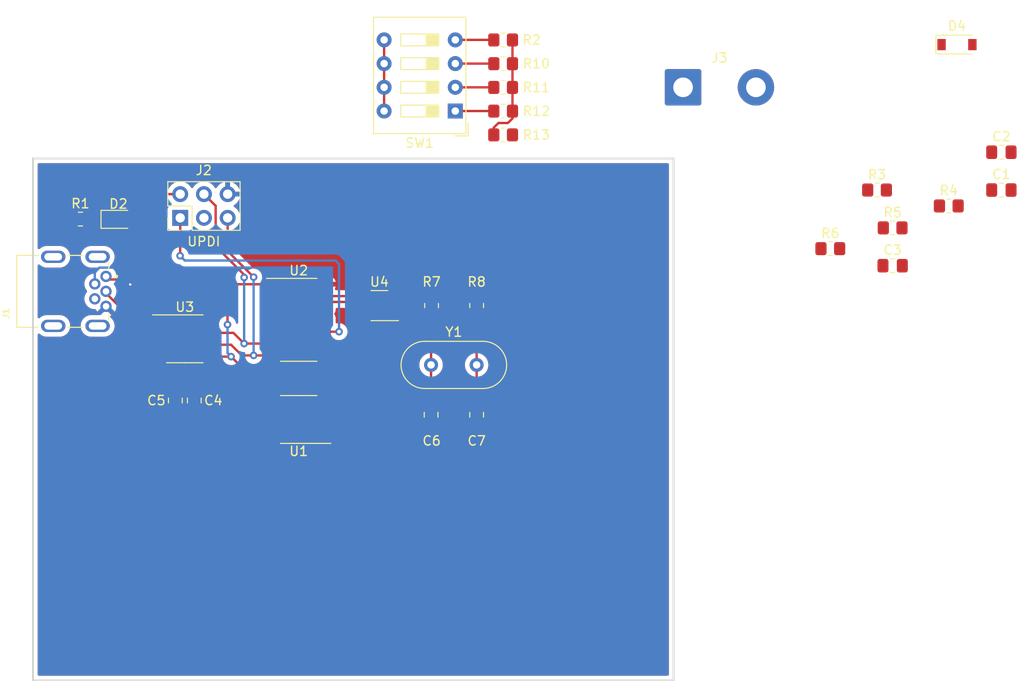
<source format=kicad_pcb>
(kicad_pcb (version 20211014) (generator pcbnew)
  (layers (0 "F.Cu" signal "Front") (31 "B.Cu" signal "Back") (34 "B.Paste" user) (35 "F.Paste" user) (36 "B.SilkS" user "B.Silkscreen") (37 "F.SilkS" user "F.Silkscreen") (38 "B.Mask" user) (39 "F.Mask" user) (44 "Edge.Cuts" user))
  (net 0 "")
  (net 1 "GND")
  (net 2 "/AINN0")
  (net 3 "Net-(C5-Pad1)")
  (net 4 "VCC")
  (net 5 "Net-(D2-Pad1)")
  (net 6 "/UPDI")
  (net 7 "/AINP0")
  (net 8 "Net-(R7-Pad2)")
  (net 12 "/SDA")
  (net 13 "/SCL")
  (net 16 "/RXD")
  (net 17 "/TXD")
  (net 20 "/CLKI")
  (net 22 "/Antenna/ANT")
  (net 23 "Net-(C6-Pad1)")
  (net 24 "/AIN1")
  (net 25 "Net-(C7-Pad1)")
  (net 26 "Net-(J1-Pad2)")
  (net 27 "Net-(J1-Pad3)")
  (net 29 "Net-(R2-Pad1)")
  (net 30 "Net-(R10-Pad1)")
  (net 31 "Net-(R11-Pad1)")
  (net 32 "Net-(R12-Pad1)")
  (net 33 "Net-(C1-Pad1)")
  (footprint "Resistor_SMD:R_0805_2012Metric_Pad1.20x1.40mm_HandSolder" (layer "F.Cu") (at 115.91 67.88)
    (fp_text reference "R5" (at 0 -1.65) (layer "F.SilkS"))
    (fp_text value "20k")
    (fp_line (start -0.227064 0.735) (end 0.227064 0.735) (layer "F.SilkS") (width 0.12))
    (fp_line (start -0.227064 -0.735) (end 0.227064 -0.735) (layer "F.SilkS") (width 0.12))
    (pad "1" smd roundrect (at -1 0) (size 1.2 1.4) (layers "F.Cu" "F.Paste" "F.Mask") (roundrect_rratio 0.208333) (net 2 "/AINN0"))
    (pad "2" smd roundrect (at 1 0) (size 1.2 1.4) (layers "F.Cu" "F.Paste" "F.Mask") (roundrect_rratio 0.208333) (net 1 "GND"))
  )
  (footprint "Capacitor_SMD:C_0805_2012Metric_Pad1.18x1.45mm_HandSolder" (layer "F.Cu") (at 41.148 86.36 90)
    (fp_text reference "C4" (at 0 2.032 180) (layer "F.SilkS"))
    (fp_text value "100nF" hide)
    (fp_line (start -0.261252 -0.735) (end 0.261252 -0.735) (layer "F.SilkS") (width 0.12))
    (fp_line (start -0.261252 0.735) (end 0.261252 0.735) (layer "F.SilkS") (width 0.12))
    (pad "1" smd roundrect (at -1.0375 0 90) (size 1.175 1.45) (layers "F.Cu" "F.Paste" "F.Mask") (roundrect_rratio 0.212766) (net 1 "GND"))
    (pad "2" smd roundrect (at 1.0375 0 90) (size 1.175 1.45) (layers "F.Cu" "F.Paste" "F.Mask") (roundrect_rratio 0.212766) (net 4 "VCC"))
  )
  (footprint "Connector_PinHeader_2.54mm:PinHeader_2x03_P2.54mm_Vertical" (layer "F.Cu") (at 39.639 66.807 90)
    (fp_text reference "J2" (at 5.085 2.525 180) (layer "F.SilkS"))
    (fp_text value "UPDI" (at -2.535 2.525 180) (layer "F.SilkS"))
    (fp_line (start 1.27 1.27) (end 1.27 -1.33) (layer "F.SilkS") (width 0.12))
    (fp_line (start -1.33 1.27) (end 1.27 1.27) (layer "F.SilkS") (width 0.12))
    (fp_line (start -1.33 6.41) (end 3.87 6.41) (layer "F.SilkS") (width 0.12))
    (fp_line (start -1.33 1.27) (end -1.33 6.41) (layer "F.SilkS") (width 0.12))
    (fp_line (start 3.87 -1.33) (end 3.87 6.41) (layer "F.SilkS") (width 0.12))
    (fp_line (start -1.33 0) (end -1.33 -1.33) (layer "F.SilkS") (width 0.12))
    (fp_line (start 1.27 -1.33) (end 3.87 -1.33) (layer "F.SilkS") (width 0.12))
    (fp_line (start -1.33 -1.33) (end 0 -1.33) (layer "F.SilkS") (width 0.12))
    (pad "1" thru_hole rect (at 0 0 90) (size 1.7 1.7) (drill 1) (layers *.Cu *.Mask) (net 6 "/UPDI"))
    (pad "2" thru_hole oval (at 2.54 0 90) (size 1.7 1.7) (drill 1) (layers *.Cu *.Mask) (net 4 "VCC"))
    (pad "3" thru_hole oval (at 0 2.54 90) (size 1.7 1.7) (drill 1) (layers *.Cu *.Mask))
    (pad "4" thru_hole oval (at 2.54 2.54 90) (size 1.7 1.7) (drill 1) (layers *.Cu *.Mask) (net 16 "/RXD"))
    (pad "5" thru_hole oval (at 0 5.08 90) (size 1.7 1.7) (drill 1) (layers *.Cu *.Mask) (net 17 "/TXD"))
    (pad "6" thru_hole oval (at 2.54 5.08 90) (size 1.7 1.7) (drill 1) (layers *.Cu *.Mask) (net 1 "GND"))
  )
  (footprint "Capacitor_SMD:C_0805_2012Metric_Pad1.18x1.45mm_HandSolder" (layer "F.Cu") (at 39.116 86.36 -90)
    (fp_text reference "C5" (at 0 2.032 180) (layer "F.SilkS"))
    (fp_text value "100nF" hide)
    (fp_line (start -0.261252 0.735) (end 0.261252 0.735) (layer "F.SilkS") (width 0.12))
    (fp_line (start -0.261252 -0.735) (end 0.261252 -0.735) (layer "F.SilkS") (width 0.12))
    (pad "1" smd roundrect (at -1.0375 0 270) (size 1.175 1.45) (layers "F.Cu" "F.Paste" "F.Mask") (roundrect_rratio 0.212766) (net 3 "Net-(C5-Pad1)"))
    (pad "2" smd roundrect (at 1.0375 0 270) (size 1.175 1.45) (layers "F.Cu" "F.Paste" "F.Mask") (roundrect_rratio 0.212766) (net 1 "GND"))
  )
  (footprint "Resistor_SMD:R_0805_2012Metric_Pad1.20x1.40mm_HandSolder" (layer "F.Cu") (at 74.2105 50.302)
    (fp_text reference "R10" (at 3.556 0) (layer "F.SilkS"))
    (fp_text value "40k" hide)
    (fp_line (start -0.227064 0.735) (end 0.227064 0.735) (layer "F.SilkS") (width 0.12))
    (fp_line (start -0.227064 -0.735) (end 0.227064 -0.735) (layer "F.SilkS") (width 0.12))
    (pad "1" smd roundrect (at -1 0) (size 1.2 1.4) (layers "F.Cu" "F.Paste" "F.Mask") (roundrect_rratio 0.208333) (net 30 "Net-(R10-Pad1)"))
    (pad "2" smd roundrect (at 1 0) (size 1.2 1.4) (layers "F.Cu" "F.Paste" "F.Mask") (roundrect_rratio 0.208333) (net 24 "/AIN1"))
  )
  (footprint "Package_SO:SOIC-8_3.9x4.9mm_P1.27mm" (layer "F.Cu") (at 52.324 88.392 180)
    (fp_text reference "U1" (at 0 -3.4) (layer "F.SilkS"))
    (fp_text value "MB85RC64TA")
    (fp_line (start 0 -2.56) (end 1.95 -2.56) (layer "F.SilkS") (width 0.12))
    (fp_line (start 0 -2.56) (end -3.45 -2.56) (layer "F.SilkS") (width 0.12))
    (fp_line (start 0 2.56) (end -1.95 2.56) (layer "F.SilkS") (width 0.12))
    (fp_line (start 0 2.56) (end 1.95 2.56) (layer "F.SilkS") (width 0.12))
    (pad "1" smd roundrect (at -2.475 -1.905 180) (size 1.95 0.6) (layers "F.Cu" "F.Paste" "F.Mask"))
    (pad "2" smd roundrect (at -2.475 -0.635 180) (size 1.95 0.6) (layers "F.Cu" "F.Paste" "F.Mask"))
    (pad "3" smd roundrect (at -2.475 0.635 180) (size 1.95 0.6) (layers "F.Cu" "F.Paste" "F.Mask"))
    (pad "4" smd roundrect (at -2.475 1.905 180) (size 1.95 0.6) (layers "F.Cu" "F.Paste" "F.Mask") (net 1 "GND"))
    (pad "5" smd roundrect (at 2.475 1.905 180) (size 1.95 0.6) (layers "F.Cu" "F.Paste" "F.Mask") (net 12 "/SDA"))
    (pad "6" smd roundrect (at 2.475 0.635 180) (size 1.95 0.6) (layers "F.Cu" "F.Paste" "F.Mask") (net 13 "/SCL"))
    (pad "7" smd roundrect (at 2.475 -0.635 180) (size 1.95 0.6) (layers "F.Cu" "F.Paste" "F.Mask"))
    (pad "8" smd roundrect (at 2.475 -1.905 180) (size 1.95 0.6) (layers "F.Cu" "F.Paste" "F.Mask") (net 4 "VCC"))
  )
  (footprint "XM7D-0512:OMRON_XM7D-0512" (layer "F.Cu") (at 30.7945 74.676 90)
    (fp_text reference "J1" (at -2.369083 -9.810876 90) (layer "F.SilkS") (effects (font (size 0.640292 0.640292))))
    (fp_text value "USB_B_Mini")
    (fp_line (start -3.06 1.2) (end -2.33 1.2) (layer "F.SilkS") (width 0.127))
    (fp_line (start 3.85 -3.18) (end 3.85 -1.57) (layer "F.SilkS") (width 0.127))
    (fp_line (start -3.85 -8.65) (end 3.85 -8.65) (layer "F.SilkS") (width 0.127))
    (fp_line (start -3.85 -8.65) (end -3.85 -6.34) (layer "F.SilkS") (width 0.127))
    (fp_line (start -3.85 -3.18) (end -3.85 -1.57) (layer "F.SilkS") (width 0.127))
    (fp_line (start 3.85 -8.65) (end 3.85 -6.34) (layer "F.SilkS") (width 0.127))
    (fp_line (start 2.34 1.2) (end 3.05 1.2) (layer "F.SilkS") (width 0.127))
    (fp_circle (center 1.6 2) (end 1.7 2) (layer "F.SilkS") (width 0.2) (fill none))
    (pad "1" thru_hole circle locked (at 1.6 0.9 90) (size 1.208 1.208) (drill 0.7) (layers *.Cu *.Mask) (net 4 "VCC"))
    (pad "2" thru_hole circle locked (at 0.8 -0.3 90) (size 1.208 1.208) (drill 0.7) (layers *.Cu *.Mask) (net 26 "Net-(J1-Pad2)"))
    (pad "3" thru_hole circle locked (at 0 0.9 90) (size 1.208 1.208) (drill 0.7) (layers *.Cu *.Mask) (net 27 "Net-(J1-Pad3)"))
    (pad "4" thru_hole circle locked (at -0.8 -0.3 90) (size 1.208 1.208) (drill 0.7) (layers *.Cu *.Mask))
    (pad "5" thru_hole circle locked (at -1.6 0.9 90) (size 1.208 1.208) (drill 0.7) (layers *.Cu *.Mask) (net 1 "GND"))
    (pad "SH1" thru_hole oval locked (at -3.7 -4.75 90) (size 1.308 2.616) (drill oval 0.8 1.9) (layers *.Cu *.Mask))
    (pad "SH2" thru_hole oval locked (at -3.7 0 90) (size 1.308 2.616) (drill oval 0.8 1.9) (layers *.Cu *.Mask))
    (pad "SH3" thru_hole oval locked (at 3.7 0 90) (size 1.308 2.616) (drill oval 0.8 1.9) (layers *.Cu *.Mask))
    (pad "SH4" thru_hole oval locked (at 3.7 -4.75 90) (size 1.308 2.616) (drill oval 0.8 1.9) (layers *.Cu *.Mask))
  )
  (footprint "Resistor_SMD:R_0805_2012Metric_Pad1.20x1.40mm_HandSolder" (layer "F.Cu") (at 74.2105 57.922)
    (fp_text reference "R13" (at 3.556 0) (layer "F.SilkS"))
    (fp_text value "10k" hide)
    (fp_line (start -0.227064 0.735) (end 0.227064 0.735) (layer "F.SilkS") (width 0.12))
    (fp_line (start -0.227064 -0.735) (end 0.227064 -0.735) (layer "F.SilkS") (width 0.12))
    (pad "1" smd roundrect (at -1 0) (size 1.2 1.4) (layers "F.Cu" "F.Paste" "F.Mask") (roundrect_rratio 0.208333) (net 24 "/AIN1"))
    (pad "2" smd roundrect (at 1 0) (size 1.2 1.4) (layers "F.Cu" "F.Paste" "F.Mask") (roundrect_rratio 0.208333) (net 1 "GND"))
  )
  (footprint "Resistor_SMD:R_0805_2012Metric_Pad1.20x1.40mm_HandSolder" (layer "F.Cu") (at 66.548 76.2 90)
    (fp_text reference "R7" (at 2.54 0 180) (layer "F.SilkS"))
    (fp_text value "1M" hide)
    (fp_line (start -0.227064 -0.735) (end 0.227064 -0.735) (layer "F.SilkS") (width 0.12))
    (fp_line (start -0.227064 0.735) (end 0.227064 0.735) (layer "F.SilkS") (width 0.12))
    (pad "1" smd roundrect (at -1 0 90) (size 1.2 1.4) (layers "F.Cu" "F.Paste" "F.Mask") (roundrect_rratio 0.208333) (net 23 "Net-(C6-Pad1)"))
    (pad "2" smd roundrect (at 1 0 90) (size 1.2 1.4) (layers "F.Cu" "F.Paste" "F.Mask") (roundrect_rratio 0.208333) (net 8 "Net-(R7-Pad2)"))
  )
  (footprint "Diode_SMD:D_SOD-123" (layer "F.Cu") (at 122.795 48.26)
    (fp_text reference "D4" (at 0 -2) (layer "F.SilkS"))
    (fp_text value "D_Schottky")
    (fp_line (start -2.25 -1) (end 1.65 -1) (layer "F.SilkS") (width 0.12))
    (fp_line (start -2.25 -1) (end -2.25 1) (layer "F.SilkS") (width 0.12))
    (fp_line (start -2.25 1) (end 1.65 1) (layer "F.SilkS") (width 0.12))
    (pad "1" smd rect (at -1.65 0) (size 0.9 1.2) (layers "F.Cu" "F.Paste" "F.Mask") (net 22 "/Antenna/ANT"))
    (pad "2" smd rect (at 1.65 0) (size 0.9 1.2) (layers "F.Cu" "F.Paste" "F.Mask") (net 33 "Net-(C1-Pad1)"))
  )
  (footprint "Resistor_SMD:R_0805_2012Metric_Pad1.20x1.40mm_HandSolder" (layer "F.Cu") (at 121.92 65.532)
    (fp_text reference "R4" (at 0 -1.65) (layer "F.SilkS"))
    (fp_text value "20k")
    (fp_line (start -0.227064 0.735) (end 0.227064 0.735) (layer "F.SilkS") (width 0.12))
    (fp_line (start -0.227064 -0.735) (end 0.227064 -0.735) (layer "F.SilkS") (width 0.12))
    (pad "1" smd roundrect (at -1 0) (size 1.2 1.4) (layers "F.Cu" "F.Paste" "F.Mask") (roundrect_rratio 0.208333) (net 22 "/Antenna/ANT"))
    (pad "2" smd roundrect (at 1 0) (size 1.2 1.4) (layers "F.Cu" "F.Paste" "F.Mask") (roundrect_rratio 0.208333) (net 2 "/AINN0"))
  )
  (footprint "LED_SMD:LED_0805_2012Metric_Pad1.15x1.40mm_HandSolder" (layer "F.Cu") (at 33.02 66.964)
    (fp_text reference "D2" (at 0 -1.65) (layer "F.SilkS"))
    (fp_text value "LED" hide)
    (fp_line (start -1.86 0.96) (end 1 0.96) (layer "F.SilkS") (width 0.12))
    (fp_line (start -1.86 -0.96) (end -1.86 0.96) (layer "F.SilkS") (width 0.12))
    (fp_line (start 1 -0.96) (end -1.86 -0.96) (layer "F.SilkS") (width 0.12))
    (pad "1" smd roundrect (at -1.025 0) (size 1.15 1.4) (layers "F.Cu" "F.Paste" "F.Mask") (roundrect_rratio 0.217391) (net 5 "Net-(D2-Pad1)"))
    (pad "2" smd roundrect (at 1.025 0) (size 1.15 1.4) (layers "F.Cu" "F.Paste" "F.Mask") (roundrect_rratio 0.217391) (net 4 "VCC"))
  )
  (footprint "Capacitor_SMD:C_0805_2012Metric_Pad1.18x1.45mm_HandSolder" (layer "F.Cu") (at 71.374 87.884 -90)
    (fp_text reference "C7" (at 2.794 -0.007 180) (layer "F.SilkS"))
    (fp_text value "20pF" hide)
    (fp_line (start -0.261252 -0.735) (end 0.261252 -0.735) (layer "F.SilkS") (width 0.12))
    (fp_line (start -0.261252 0.735) (end 0.261252 0.735) (layer "F.SilkS") (width 0.12))
    (pad "1" smd roundrect (at -1.0375 0 270) (size 1.175 1.45) (layers "F.Cu" "F.Paste" "F.Mask") (roundrect_rratio 0.212766) (net 25 "Net-(C7-Pad1)"))
    (pad "2" smd roundrect (at 1.0375 0 270) (size 1.175 1.45) (layers "F.Cu" "F.Paste" "F.Mask") (roundrect_rratio 0.212766) (net 1 "GND"))
  )
  (footprint "Package_SO:SOIC-14_3.9x8.7mm_P1.27mm" (layer "F.Cu") (at 52.324 77.724)
    (fp_text reference "U2" (at 0 -5.28) (layer "F.SilkS"))
    (fp_text value "ATtiny804-SS")
    (fp_line (start 0 4.435) (end 1.95 4.435) (layer "F.SilkS") (width 0.12))
    (fp_line (start 0 4.435) (end -1.95 4.435) (layer "F.SilkS") (width 0.12))
    (fp_line (start 0 -4.435) (end -3.45 -4.435) (layer "F.SilkS") (width 0.12))
    (fp_line (start 0 -4.435) (end 1.95 -4.435) (layer "F.SilkS") (width 0.12))
    (pad "1" smd roundrect (at -2.475 -3.81) (size 1.95 0.6) (layers "F.Cu" "F.Paste" "F.Mask") (net 4 "VCC"))
    (pad "2" smd roundrect (at -2.475 -2.54) (size 1.95 0.6) (layers "F.Cu" "F.Paste" "F.Mask") (net 7 "/AINP0"))
    (pad "3" smd roundrect (at -2.475 -1.27) (size 1.95 0.6) (layers "F.Cu" "F.Paste" "F.Mask"))
    (pad "4" smd roundrect (at -2.475 0) (size 1.95 0.6) (layers "F.Cu" "F.Paste" "F.Mask") (net 2 "/AINN0"))
    (pad "5" smd roundrect (at -2.475 1.27) (size 1.95 0.6) (layers "F.Cu" "F.Paste" "F.Mask") (net 7 "/AINP0"))
    (pad "6" smd roundrect (at -2.475 2.54) (size 1.95 0.6) (layers "F.Cu" "F.Paste" "F.Mask") (net 16 "/RXD"))
    (pad "7" smd roundrect (at -2.475 3.81) (size 1.95 0.6) (layers "F.Cu" "F.Paste" "F.Mask") (net 17 "/TXD"))
    (pad "8" smd roundrect (at 2.475 3.81) (size 1.95 0.6) (layers "F.Cu" "F.Paste" "F.Mask") (net 12 "/SDA"))
    (pad "9" smd roundrect (at 2.475 2.54) (size 1.95 0.6) (layers "F.Cu" "F.Paste" "F.Mask") (net 13 "/SCL"))
    (pad "10" smd roundrect (at 2.475 1.27) (size 1.95 0.6) (layers "F.Cu" "F.Paste" "F.Mask") (net 6 "/UPDI"))
    (pad "11" smd roundrect (at 2.475 0) (size 1.95 0.6) (layers "F.Cu" "F.Paste" "F.Mask") (net 24 "/AIN1"))
    (pad "12" smd roundrect (at 2.475 -1.27) (size 1.95 0.6) (layers "F.Cu" "F.Paste" "F.Mask"))
    (pad "13" smd roundrect (at 2.475 -2.54) (size 1.95 0.6) (layers "F.Cu" "F.Paste" "F.Mask") (net 20 "/CLKI"))
    (pad "14" smd roundrect (at 2.475 -3.81) (size 1.95 0.6) (layers "F.Cu" "F.Paste" "F.Mask") (net 1 "GND"))
  )
  (footprint "Resistor_SMD:R_0805_2012Metric_Pad1.20x1.40mm_HandSolder" (layer "F.Cu") (at 74.2105 47.762)
    (fp_text reference "R2" (at 3.048 0) (layer "F.SilkS"))
    (fp_text value "80k" hide)
    (fp_line (start -0.227064 0.735) (end 0.227064 0.735) (layer "F.SilkS") (width 0.12))
    (fp_line (start -0.227064 -0.735) (end 0.227064 -0.735) (layer "F.SilkS") (width 0.12))
    (pad "1" smd roundrect (at -1 0) (size 1.2 1.4) (layers "F.Cu" "F.Paste" "F.Mask") (roundrect_rratio 0.208333) (net 29 "Net-(R2-Pad1)"))
    (pad "2" smd roundrect (at 1 0) (size 1.2 1.4) (layers "F.Cu" "F.Paste" "F.Mask") (roundrect_rratio 0.208333) (net 24 "/AIN1"))
  )
  (footprint "Connector_Wire:SolderWire-1.5sqmm_1x02_P7.8mm_D1.7mm_OD3.9mm" (layer "F.Cu") (at 93.472 52.832)
    (fp_text reference "J3" (at 3.9 -3.15) (layer "F.SilkS"))
    (fp_text value "Conn_01x02")
    (pad "1" thru_hole roundrect (at 0 0) (size 3.9 3.9) (drill 2.1) (layers *.Cu *.Mask) (roundrect_rratio 0.064103) (net 1 "GND"))
    (pad "2" thru_hole circle (at 7.8 0) (size 3.9 3.9) (drill 2.1) (layers *.Cu *.Mask) (net 33 "Net-(C1-Pad1)"))
  )
  (footprint "Capacitor_SMD:C_0805_2012Metric_Pad1.18x1.45mm_HandSolder" (layer "F.Cu") (at 127.55 63.83)
    (fp_text reference "C1" (at 0 -1.68) (layer "F.SilkS"))
    (fp_text value "100pF")
    (fp_line (start -0.261252 0.735) (end 0.261252 0.735) (layer "F.SilkS") (width 0.12))
    (fp_line (start -0.261252 -0.735) (end 0.261252 -0.735) (layer "F.SilkS") (width 0.12))
    (pad "1" smd roundrect (at -1.0375 0) (size 1.175 1.45) (layers "F.Cu" "F.Paste" "F.Mask") (roundrect_rratio 0.212766) (net 33 "Net-(C1-Pad1)"))
    (pad "2" smd roundrect (at 1.0375 0) (size 1.175 1.45) (layers "F.Cu" "F.Paste" "F.Mask") (roundrect_rratio 0.212766) (net 1 "GND"))
  )
  (footprint "Resistor_SMD:R_0805_2012Metric_Pad1.20x1.40mm_HandSolder" (layer "F.Cu") (at 74.2105 52.842)
    (fp_text reference "R11" (at 3.556 0) (layer "F.SilkS"))
    (fp_text value "20k" hide)
    (fp_line (start -0.227064 0.735) (end 0.227064 0.735) (layer "F.SilkS") (width 0.12))
    (fp_line (start -0.227064 -0.735) (end 0.227064 -0.735) (layer "F.SilkS") (width 0.12))
    (pad "1" smd roundrect (at -1 0) (size 1.2 1.4) (layers "F.Cu" "F.Paste" "F.Mask") (roundrect_rratio 0.208333) (net 31 "Net-(R11-Pad1)"))
    (pad "2" smd roundrect (at 1 0) (size 1.2 1.4) (layers "F.Cu" "F.Paste" "F.Mask") (roundrect_rratio 0.208333) (net 24 "/AIN1"))
  )
  (footprint "Resistor_SMD:R_0805_2012Metric_Pad1.20x1.40mm_HandSolder" (layer "F.Cu") (at 114.24 63.83)
    (fp_text reference "R3" (at 0 -1.65) (layer "F.SilkS"))
    (fp_text value "2k")
    (fp_line (start -0.227064 0.735) (end 0.227064 0.735) (layer "F.SilkS") (width 0.12))
    (fp_line (start -0.227064 -0.735) (end 0.227064 -0.735) (layer "F.SilkS") (width 0.12))
    (pad "1" smd roundrect (at -1 0) (size 1.2 1.4) (layers "F.Cu" "F.Paste" "F.Mask") (roundrect_rratio 0.208333) (net 22 "/Antenna/ANT"))
    (pad "2" smd roundrect (at 1 0) (size 1.2 1.4) (layers "F.Cu" "F.Paste" "F.Mask") (roundrect_rratio 0.208333) (net 1 "GND"))
  )
  (footprint "Resistor_SMD:R_0805_2012Metric_Pad1.20x1.40mm_HandSolder" (layer "F.Cu") (at 71.374 76.2 90)
    (fp_text reference "R8" (at 2.54 0 180) (layer "F.SilkS"))
    (fp_text value "270" hide)
    (fp_line (start -0.227064 0.735) (end 0.227064 0.735) (layer "F.SilkS") (width 0.12))
    (fp_line (start -0.227064 -0.735) (end 0.227064 -0.735) (layer "F.SilkS") (width 0.12))
    (pad "1" smd roundrect (at -1 0 90) (size 1.2 1.4) (layers "F.Cu" "F.Paste" "F.Mask") (roundrect_rratio 0.208333) (net 25 "Net-(C7-Pad1)"))
    (pad "2" smd roundrect (at 1 0 90) (size 1.2 1.4) (layers "F.Cu" "F.Paste" "F.Mask") (roundrect_rratio 0.208333) (net 8 "Net-(R7-Pad2)"))
  )
  (footprint "Resistor_SMD:R_0805_2012Metric_Pad1.20x1.40mm_HandSolder" (layer "F.Cu") (at 109.236 70.104)
    (fp_text reference "R6" (at 0 -1.65) (layer "F.SilkS"))
    (fp_text value "470")
    (fp_line (start -0.227064 0.735) (end 0.227064 0.735) (layer "F.SilkS") (width 0.12))
    (fp_line (start -0.227064 -0.735) (end 0.227064 -0.735) (layer "F.SilkS") (width 0.12))
    (pad "1" smd roundrect (at -1 0) (size 1.2 1.4) (layers "F.Cu" "F.Paste" "F.Mask") (roundrect_rratio 0.208333) (net 22 "/Antenna/ANT"))
    (pad "2" smd roundrect (at 1 0) (size 1.2 1.4) (layers "F.Cu" "F.Paste" "F.Mask") (roundrect_rratio 0.208333) (net 7 "/AINP0"))
  )
  (footprint "Package_TO_SOT_SMD:SOT-23-6_Handsoldering" (layer "F.Cu") (at 60.96 76.2 180)
    (fp_text reference "U4" (at 0 2.54) (layer "F.SilkS"))
    (fp_text value "74LVC2G14" hide)
    (fp_line (start 0.9 -1.61) (end -2.05 -1.61) (layer "F.SilkS") (width 0.12))
    (fp_line (start -0.9 1.61) (end 0.9 1.61) (layer "F.SilkS") (width 0.12))
    (pad "1" smd rect (at -1.35 -0.95 180) (size 1.56 0.65) (layers "F.Cu" "F.Paste" "F.Mask") (net 23 "Net-(C6-Pad1)"))
    (pad "2" smd rect (at -1.35 0 180) (size 1.56 0.65) (layers "F.Cu" "F.Paste" "F.Mask") (net 1 "GND"))
    (pad "3" smd rect (at -1.35 0.95 180) (size 1.56 0.65) (layers "F.Cu" "F.Paste" "F.Mask") (net 8 "Net-(R7-Pad2)"))
    (pad "4" smd rect (at 1.35 0.95 180) (size 1.56 0.65) (layers "F.Cu" "F.Paste" "F.Mask") (net 20 "/CLKI"))
    (pad "5" smd rect (at 1.35 0 180) (size 1.56 0.65) (layers "F.Cu" "F.Paste" "F.Mask") (net 4 "VCC"))
    (pad "6" smd rect (at 1.35 -0.95 180) (size 1.56 0.65) (layers "F.Cu" "F.Paste" "F.Mask") (net 8 "Net-(R7-Pad2)"))
  )
  (footprint "Button_Switch_THT:SW_DIP_SPSTx04_Slide_9.78x12.34mm_W7.62mm_P2.54mm" (layer "F.Cu") (at 69.088 55.372 180)
    (fp_text reference "SW1" (at 3.81 -3.42) (layer "F.SilkS"))
    (fp_text value "SW_DIP_x04")
    (fp_line (start 5.84 3.175) (end 5.84 1.905) (layer "F.SilkS") (width 0.12))
    (fp_line (start -1.14 10.04) (end 8.76 10.04) (layer "F.SilkS") (width 0.12))
    (fp_line (start 1.78 -0.035) (end 3.133333 -0.035) (layer "F.SilkS") (width 0.12))
    (fp_line (start 1.78 7.465) (end 3.133333 7.465) (layer "F.SilkS") (width 0.12))
    (fp_line (start 1.78 2.505) (end 3.133333 2.505) (layer "F.SilkS") (width 0.12))
    (fp_line (start 1.78 -0.395) (end 3.133333 -0.395) (layer "F.SilkS") (width 0.12))
    (fp_line (start 1.78 8.255) (end 5.84 8.255) (layer "F.SilkS") (width 0.12))
    (fp_line (start 1.78 3.105) (end 3.133333 3.105) (layer "F.SilkS") (width 0.12))
    (fp_line (start 1.78 4.445) (end 1.78 5.715) (layer "F.SilkS") (width 0.12))
    (fp_line (start 1.78 -0.155) (end 3.133333 -0.155) (layer "F.SilkS") (width 0.12))
    (fp_line (start 8.76 -2.42) (end 8.76 10.04) (layer "F.SilkS") (width 0.12))
    (fp_line (start -1.38 -2.66) (end 0.004 -2.66) (layer "F.SilkS") (width 0.12))
    (fp_line (start 3.133333 6.985) (end 3.133333 8.255) (layer "F.SilkS") (width 0.12))
    (fp_line (start 1.78 7.585) (end 3.133333 7.585) (layer "F.SilkS") (width 0.12))
    (fp_line (start 3.133333 -0.635) (end 3.133333 0.635) (layer "F.SilkS") (width 0.12))
    (fp_line (start 5.84 1.905) (end 1.78 1.905) (layer "F.SilkS") (width 0.12))
    (fp_line (start 1.78 2.265) (end 3.133333 2.265) (layer "F.SilkS") (width 0.12))
    (fp_line (start 5.84 6.985) (end 1.78 6.985) (layer "F.SilkS") (width 0.12))
    (fp_line (start 1.78 5.715) (end 5.84 5.715) (layer "F.SilkS") (width 0.12))
    (fp_line (start 1.78 0.205) (end 3.133333 0.205) (layer "F.SilkS") (width 0.12))
    (fp_line (start -1.14 -2.42) (end 8.76 -2.42) (layer "F.SilkS") (width 0.12))
    (fp_line (start -1.14 -2.42) (end -1.14 10.04) (layer "F.SilkS") (width 0.12))
    (fp_line (start 5.84 8.255) (end 5.84 6.985) (layer "F.SilkS") (width 0.12))
    (fp_line (start 1.78 4.685) (end 3.133333 4.685) (layer "F.SilkS") (width 0.12))
    (fp_line (start 1.78 -0.515) (end 3.133333 -0.515) (layer "F.SilkS") (width 0.12))
    (fp_line (start 1.78 7.105) (end 3.133333 7.105) (layer "F.SilkS") (width 0.12))
    (fp_line (start 3.133333 1.905) (end 3.133333 3.175) (layer "F.SilkS") (width 0.12))
    (fp_line (start 1.78 2.625) (end 3.133333 2.625) (layer "F.SilkS") (width 0.12))
    (fp_line (start 1.78 5.165) (end 3.133333 5.165) (layer "F.SilkS") (width 0.12))
    (fp_line (start 1.78 2.025) (end 3.133333 2.025) (layer "F.SilkS") (width 0.12))
    (fp_line (start 1.78 5.525) (end 3.133333 5.525) (layer "F.SilkS") (width 0.12))
    (fp_line (start 1.78 7.225) (end 3.133333 7.225) (layer "F.SilkS") (width 0.12))
    (fp_line (start 5.84 0.635) (end 5.84 -0.635) (layer "F.SilkS") (width 0.12))
    (fp_line (start 1.78 7.705) (end 3.133333 7.705) (layer "F.SilkS") (width 0.12))
    (fp_line (start 1.78 6.985) (end 1.78 8.255) (layer "F.SilkS") (width 0.12))
    (fp_line (start 5.84 5.715) (end 5.84 4.445) (layer "F.SilkS") (width 0.12))
    (fp_line (start 1.78 2.865) (end 3.133333 2.865) (layer "F.SilkS") (width 0.12))
    (fp_line (start 1.78 4.925) (end 3.133333 4.925) (layer "F.SilkS") (width 0.12))
    (fp_line (start 1.78 0.445) (end 3.133333 0.445) (layer "F.SilkS") (width 0.12))
    (fp_line (start 1.78 7.345) (end 3.133333 7.345) (layer "F.SilkS") (width 0.12))
    (fp_line (start 1.78 2.145) (end 3.133333 2.145) (layer "F.SilkS") (width 0.12))
    (fp_line (start 1.78 -0.635) (end 1.78 0.635) (layer "F.SilkS") (width 0.12))
    (fp_line (start 5.84 4.445) (end 1.78 4.445) (layer "F.SilkS") (width 0.12))
    (fp_line (start 1.78 0.565) (end 3.133333 0.565) (layer "F.SilkS") (width 0.12))
    (fp_line (start 1.78 0.635) (end 5.84 0.635) (layer "F.SilkS") (width 0.12))
    (fp_line (start -1.38 -2.66) (end -1.38 -1.277) (layer "F.SilkS") (width 0.12))
    (fp_line (start 3.133333 4.445) (end 3.133333 5.715) (layer "F.SilkS") (width 0.12))
    (fp_line (start 1.78 8.065) (end 3.133333 8.065) (layer "F.SilkS") (width 0.12))
    (fp_line (start 1.78 5.405) (end 3.133333 5.405) (layer "F.SilkS") (width 0.12))
    (fp_line (start 1.78 -0.275) (end 3.133333 -0.275) (layer "F.SilkS") (width 0.12))
    (fp_line (start 1.78 2.985) (end 3.133333 2.985) (layer "F.SilkS") (width 0.12))
    (fp_line (start 1.78 7.945) (end 3.133333 7.945) (layer "F.SilkS") (width 0.12))
    (fp_line (start 1.78 7.825) (end 3.133333 7.825) (layer "F.SilkS") (width 0.12))
    (fp_line (start 1.78 2.745) (end 3.133333 2.745) (layer "F.SilkS") (width 0.12))
    (fp_line (start 1.78 8.185) (end 3.133333 8.185) (layer "F.SilkS") (width 0.12))
    (fp_line (start 5.84 -0.635) (end 1.78 -0.635) (layer "F.SilkS") (width 0.12))
    (fp_line (start 1.78 5.045) (end 3.133333 5.045) (layer "F.SilkS") (width 0.12))
    (fp_line (start 1.78 0.325) (end 3.133333 0.325) (layer "F.SilkS") (width 0.12))
    (fp_line (start 1.78 4.805) (end 3.133333 4.805) (layer "F.SilkS") (width 0.12))
    (fp_line (start 1.78 2.385) (end 3.133333 2.385) (layer "F.SilkS") (width 0.12))
    (fp_line (start 1.78 5.285) (end 3.133333 5.285) (layer "F.SilkS") (width 0.12))
    (fp_line (start 1.78 5.645) (end 3.133333 5.645) (layer "F.SilkS") (width 0.12))
    (fp_line (start 1.78 4.565) (end 3.133333 4.565) (layer "F.SilkS") (width 0.12))
    (fp_line (start 1.78 0.085) (end 3.133333 0.085) (layer "F.SilkS") (width 0.12))
    (fp_line (start 1.78 3.175) (end 5.84 3.175) (layer "F.SilkS") (width 0.12))
    (fp_line (start 1.78 1.905) (end 1.78 3.175) (layer "F.SilkS") (width 0.12))
    (pad "1" thru_hole rect (at 0 0 180) (size 1.6 1.6) (drill 0.8) (layers *.Cu *.Mask) (net 32 "Net-(R12-Pad1)"))
    (pad "2" thru_hole oval (at 0 2.54 180) (size 1.6 1.6) (drill 0.8) (layers *.Cu *.Mask) (net 31 "Net-(R11-Pad1)"))
    (pad "3" thru_hole oval (at 0 5.08 180) (size 1.6 1.6) (drill 0.8) (layers *.Cu *.Mask) (net 30 "Net-(R10-Pad1)"))
    (pad "4" thru_hole oval (at 0 7.62 180) (size 1.6 1.6) (drill 0.8) (layers *.Cu *.Mask) (net 29 "Net-(R2-Pad1)"))
    (pad "5" thru_hole oval (at 7.62 7.62 180) (size 1.6 1.6) (drill 0.8) (layers *.Cu *.Mask) (net 4 "VCC"))
    (pad "6" thru_hole oval (at 7.62 5.08 180) (size 1.6 1.6) (drill 0.8) (layers *.Cu *.Mask) (net 4 "VCC"))
    (pad "7" thru_hole oval (at 7.62 2.54 180) (size 1.6 1.6) (drill 0.8) (layers *.Cu *.Mask) (net 4 "VCC"))
    (pad "8" thru_hole oval (at 7.62 0 180) (size 1.6 1.6) (drill 0.8) (layers *.Cu *.Mask) (net 4 "VCC"))
  )
  (footprint "Capacitor_SMD:C_0805_2012Metric_Pad1.18x1.45mm_HandSolder" (layer "F.Cu") (at 66.4972 87.884 -90)
    (fp_text reference "C6" (at 2.794 -0.057327 180) (layer "F.SilkS"))
    (fp_text value "20pF" hide)
    (fp_line (start -0.261252 -0.735) (end 0.261252 -0.735) (layer "F.SilkS") (width 0.12))
    (fp_line (start -0.261252 0.735) (end 0.261252 0.735) (layer "F.SilkS") (width 0.12))
    (pad "1" smd roundrect (at -1.0375 0 270) (size 1.175 1.45) (layers "F.Cu" "F.Paste" "F.Mask") (roundrect_rratio 0.212766) (net 23 "Net-(C6-Pad1)"))
    (pad "2" smd roundrect (at 1.0375 0 270) (size 1.175 1.45) (layers "F.Cu" "F.Paste" "F.Mask") (roundrect_rratio 0.212766) (net 1 "GND"))
  )
  (footprint "Resistor_SMD:R_0805_2012Metric_Pad1.20x1.40mm_HandSolder" (layer "F.Cu") (at 74.2105 55.382)
    (fp_text reference "R12" (at 3.556 0) (layer "F.SilkS"))
    (fp_text value "10k" hide)
    (fp_line (start -0.227064 -0.735) (end 0.227064 -0.735) (layer "F.SilkS") (width 0.12))
    (fp_line (start -0.227064 0.735) (end 0.227064 0.735) (layer "F.SilkS") (width 0.12))
    (pad "1" smd roundrect (at -1 0) (size 1.2 1.4) (layers "F.Cu" "F.Paste" "F.Mask") (roundrect_rratio 0.208333) (net 32 "Net-(R12-Pad1)"))
    (pad "2" smd roundrect (at 1 0) (size 1.2 1.4) (layers "F.Cu" "F.Paste" "F.Mask") (roundrect_rratio 0.208333) (net 24 "/AIN1"))
  )
  (footprint "Capacitor_SMD:C_0805_2012Metric_Pad1.18x1.45mm_HandSolder" (layer "F.Cu") (at 115.91 71.93)
    (fp_text reference "C3" (at 0 -1.68) (layer "F.SilkS"))
    (fp_text value "10nF")
    (fp_line (start -0.261252 0.735) (end 0.261252 0.735) (layer "F.SilkS") (width 0.12))
    (fp_line (start -0.261252 -0.735) (end 0.261252 -0.735) (layer "F.SilkS") (width 0.12))
    (pad "1" smd roundrect (at -1.0375 0) (size 1.175 1.45) (layers "F.Cu" "F.Paste" "F.Mask") (roundrect_rratio 0.212766) (net 2 "/AINN0"))
    (pad "2" smd roundrect (at 1.0375 0) (size 1.175 1.45) (layers "F.Cu" "F.Paste" "F.Mask") (roundrect_rratio 0.212766) (net 1 "GND"))
  )
  (footprint "Resistor_SMD:R_0805_2012Metric_Pad1.20x1.40mm_HandSolder" (layer "F.Cu") (at 28.956 66.939 180)
    (fp_text reference "R1" (at 0 1.661) (layer "F.SilkS"))
    (fp_text value "1k" hide)
    (fp_line (start -0.227064 -0.735) (end 0.227064 -0.735) (layer "F.SilkS") (width 0.12))
    (fp_line (start -0.227064 0.735) (end 0.227064 0.735) (layer "F.SilkS") (width 0.12))
    (pad "1" smd roundrect (at -1 0 180) (size 1.2 1.4) (layers "F.Cu" "F.Paste" "F.Mask") (roundrect_rratio 0.208333) (net 5 "Net-(D2-Pad1)"))
    (pad "2" smd roundrect (at 1 0 180) (size 1.2 1.4) (layers "F.Cu" "F.Paste" "F.Mask") (roundrect_rratio 0.208333) (net 1 "GND"))
  )
  (footprint "Package_SO:SOIC-8_3.9x4.9mm_P1.27mm" (layer "F.Cu") (at 40.132 79.756)
    (fp_text reference "U3" (at 0 -3.4) (layer "F.SilkS"))
    (fp_text value "CH340N")
    (fp_line (start 0 2.56) (end -1.95 2.56) (layer "F.SilkS") (width 0.12))
    (fp_line (start 0 2.56) (end 1.95 2.56) (layer "F.SilkS") (width 0.12))
    (fp_line (start 0 -2.56) (end 1.95 -2.56) (layer "F.SilkS") (width 0.12))
    (fp_line (start 0 -2.56) (end -3.45 -2.56) (layer "F.SilkS") (width 0.12))
    (pad "1" smd roundrect (at -2.475 -1.905) (size 1.95 0.6) (layers "F.Cu" "F.Paste" "F.Mask") (net 27 "Net-(J1-Pad3)"))
    (pad "2" smd roundrect (at -2.475 -0.635) (size 1.95 0.6) (layers "F.Cu" "F.Paste" "F.Mask") (net 26 "Net-(J1-Pad2)"))
    (pad "3" smd roundrect (at -2.475 0.635) (size 1.95 0.6) (layers "F.Cu" "F.Paste" "F.Mask") (net 1 "GND"))
    (pad "4" smd roundrect (at -2.475 1.905) (size 1.95 0.6) (layers "F.Cu" "F.Paste" "F.Mask"))
    (pad "5" smd roundrect (at 2.475 1.905) (size 1.95 0.6) (layers "F.Cu" "F.Paste" "F.Mask") (net 4 "VCC"))
    (pad "6" smd roundrect (at 2.475 0.635) (size 1.95 0.6) (layers "F.Cu" "F.Paste" "F.Mask") (net 17 "/TXD"))
    (pad "7" smd roundrect (at 2.475 -0.635) (size 1.95 0.6) (layers "F.Cu" "F.Paste" "F.Mask") (net 16 "/RXD"))
    (pad "8" smd roundrect (at 2.475 -1.905) (size 1.95 0.6) (layers "F.Cu" "F.Paste" "F.Mask") (net 3 "Net-(C5-Pad1)"))
  )
  (footprint "Capacitor_SMD:C_0805_2012Metric_Pad1.18x1.45mm_HandSolder" (layer "F.Cu") (at 127.55 59.78)
    (fp_text reference "C2" (at 0 -1.68) (layer "F.SilkS"))
    (fp_text value "180pF")
    (fp_line (start -0.261252 0.735) (end 0.261252 0.735) (layer "F.SilkS") (width 0.12))
    (fp_line (start -0.261252 -0.735) (end 0.261252 -0.735) (layer "F.SilkS") (width 0.12))
    (pad "1" smd roundrect (at -1.0375 0) (size 1.175 1.45) (layers "F.Cu" "F.Paste" "F.Mask") (roundrect_rratio 0.212766) (net 22 "/Antenna/ANT"))
    (pad "2" smd roundrect (at 1.0375 0) (size 1.175 1.45) (layers "F.Cu" "F.Paste" "F.Mask") (roundrect_rratio 0.212766) (net 1 "GND"))
  )
  (footprint "Crystal:Crystal_HC49-U_Vertical" (layer "F.Cu") (at 66.494 82.55)
    (fp_text reference "Y1" (at 2.44 -3.525) (layer "F.SilkS"))
    (fp_text value "13.56MHz" hide)
    (fp_line (start -0.685 -2.525) (end 5.565 -2.525) (layer "F.SilkS") (width 0.12))
    (fp_line (start -0.685 2.525) (end 5.565 2.525) (layer "F.SilkS") (width 0.12))
    (fp_arc (start -0.685 2.525) (mid -3.21 0) (end -0.685 -2.525) (layer "F.SilkS") (width 0.12))
    (fp_arc (start 5.565 -2.525) (mid 8.09 0) (end 5.565 2.525) (layer "F.SilkS") (width 0.12))
    (pad "1" thru_hole circle (at 0 0) (size 1.5 1.5) (drill 0.8) (layers *.Cu *.Mask) (net 23 "Net-(C6-Pad1)"))
    (pad "2" thru_hole circle (at 4.88 0) (size 1.5 1.5) (drill 0.8) (layers *.Cu *.Mask) (net 25 "Net-(C7-Pad1)"))
  )
  (gr_rect (start 23.876 60.452) (end 92.456 116.332) (layer "Edge.Cuts") (width 0.2) (fill none))
  (segment (start 39.878 81.534) (end 39.116 82.296) (width 0.25) (layer "F.Cu") (net 3))
  (segment (start 40.259 77.851) (end 39.878 78.232) (width 0.25) (layer "F.Cu") (net 3))
  (segment (start 39.878 78.232) (end 39.878 81.534) (width 0.25) (layer "F.Cu") (net 3))
  (segment (start 42.607 77.851) (end 40.259 77.851) (width 0.25) (layer "F.Cu") (net 3))
  (segment (start 39.116 82.296) (end 39.116 85.3225) (width 0.25) (layer "F.Cu") (net 3))
  (segment (start 57.521 75.809) (end 52.949 75.809) (width 0.254) (layer "F.Cu") (net 4))
  (segment (start 45.212 73.914) (end 49.849 73.914) (width 0.254) (layer "F.Cu") (net 4))
  (segment (start 36.068 64.77) (end 36.571 64.267) (width 0.254) (layer "F.Cu") (net 4))
  (segment (start 41.148 81.788) (end 41.148 85.3225) (width 0.254) (layer "F.Cu") (net 4))
  (segment (start 35.56 73.406) (end 35.56 67.564) (width 0.254) (layer "F.Cu") (net 4))
  (segment (start 41.275 81.661) (end 41.148 81.788) (width 0.254) (layer "F.Cu") (net 4))
  (segment (start 36.068 73.914) (end 35.56 73.406) (width 0.254) (layer "F.Cu") (net 4))
  (segment (start 52.949 75.809) (end 51.054 73.914) (width 0.254) (layer "F.Cu") (net 4))
  (segment (start 34.96 66.964) (end 34.045 66.964) (width 0.254) (layer "F.Cu") (net 4))
  (segment (start 61.468 47.752) (end 61.468 50.292) (width 0.25) (layer "F.Cu") (net 4))
  (segment (start 61.468 52.832) (end 61.468 55.372) (width 0.25) (layer "F.Cu") (net 4))
  (segment (start 35.56 67.564) (end 36.068 67.056) (width 0.254) (layer "F.Cu") (net 4))
  (segment (start 57.912 76.2) (end 57.521 75.809) (width 0.254) (layer "F.Cu") (net 4))
  (segment (start 48.133 90.297) (end 49.849 90.297) (width 0.254) (layer "F.Cu") (net 4))
  (segment (start 44.704 74.422) (end 45.212 73.914) (width 0.254) (layer "F.Cu") (net 4))
  (segment (start 47.302 89.466) (end 48.133 90.297) (width 0.254) (layer "F.Cu") (net 4))
  (segment (start 61.468 52.832) (end 61.468 50.292) (width 0.25) (layer "F.Cu") (net 4))
  (segment (start 35.56 67.564) (end 34.96 66.964) (width 0.254) (layer "F.Cu") (net 4))
  (segment (start 59.61 76.2) (end 57.912 76.2) (width 0.254) (layer "F.Cu") (net 4))
  (segment (start 45.085 81.661) (end 42.607 81.661) (width 0.254) (layer "F.Cu") (net 4))
  (segment (start 36.571 64.267) (end 39.639 64.267) (width 0.254) (layer "F.Cu") (net 4))
  (segment (start 36.068 67.056) (end 36.068 64.77) (width 0.254) (layer "F.Cu") (net 4))
  (segment (start 47.302 83.878) (end 47.302 89.466) (width 0.254) (layer "F.Cu") (net 4))
  (segment (start 44.704 78.232) (end 44.704 74.422) (width 0.254) (layer "F.Cu") (net 4))
  (segment (start 32.0245 73.406) (end 35.56 73.406) (width 0.254) (layer "F.Cu") (net 4))
  (segment (start 51.054 73.914) (end 49.849 73.914) (width 0.254) (layer "F.Cu") (net 4))
  (segment (start 44.196 73.914) (end 36.068 73.914) (width 0.254) (layer "F.Cu") (net 4))
  (segment (start 31.6945 73.076) (end 32.0245 73.406) (width 0.254) (layer "F.Cu") (net 4))
  (segment (start 44.704 74.422) (end 44.196 73.914) (width 0.254) (layer "F.Cu") (net 4))
  (segment (start 45.085 81.661) (end 47.302 83.878) (width 0.254) (layer "F.Cu") (net 4))
  (segment (start 42.607 81.661) (end 41.275 81.661) (width 0.254) (layer "F.Cu") (net 4))
  (via (at 45.085 81.661) (size 0.8) (drill 0.4) (layers "F.Cu" "B.Cu") (net 4))
  (via (at 44.704 78.232) (size 0.8) (drill 0.4) (layers "F.Cu" "B.Cu") (net 4))
  (segment (start 44.704 81.28) (end 44.704 78.232) (width 0.254) (layer "B.Cu") (net 4))
  (segment (start 45.085 81.661) (end 44.704 81.28) (width 0.254) (layer "B.Cu") (net 4))
  (segment (start 29.981 66.964) (end 29.956 66.939) (width 0.25) (layer "F.Cu") (net 5))
  (segment (start 31.995 66.964) (end 29.981 66.964) (width 0.25) (layer "F.Cu") (net 5))
  (segment (start 39.624 70.866) (end 39.639 70.851) (width 0.25) (layer "F.Cu") (net 6))
  (segment (start 39.639 70.851) (end 39.639 66.807) (width 0.25) (layer "F.Cu") (net 6))
  (segment (start 54.799 78.994) (end 56.642 78.994) (width 0.25) (layer "F.Cu") (net 6))
  (via (at 56.642 78.994) (size 0.8) (drill 0.4) (layers "F.Cu" "B.Cu") (net 6))
  (via (at 39.624 70.866) (size 0.8) (drill 0.4) (layers "F.Cu" "B.Cu") (net 6))
  (segment (start 56.642 71.755) (end 56.642 78.994) (width 0.25) (layer "B.Cu") (net 6))
  (segment (start 56.261 71.374) (end 56.642 71.755) (width 0.25) (layer "B.Cu") (net 6))
  (segment (start 39.624 70.866) (end 40.132 71.374) (width 0.25) (layer "B.Cu") (net 6))
  (segment (start 40.132 71.374) (end 56.261 71.374) (width 0.25) (layer "B.Cu") (net 6))
  (segment (start 48.514 78.994) (end 49.849 78.994) (width 0.2) (layer "F.Cu") (net 7))
  (segment (start 49.849 75.184) (end 48.514 75.184) (width 0.2) (layer "F.Cu") (net 7))
  (segment (start 48.26 78.74) (end 48.514 78.994) (width 0.2) (layer "F.Cu") (net 7))
  (segment (start 48.26 75.438) (end 48.26 78.74) (width 0.2) (layer "F.Cu") (net 7))
  (segment (start 48.514 75.184) (end 48.26 75.438) (width 0.2) (layer "F.Cu") (net 7))
  (segment (start 66.498 75.25) (end 66.548 75.2) (width 0.25) (layer "F.Cu") (net 8))
  (segment (start 71.374 75.2) (end 66.548 75.2) (width 0.25) (layer "F.Cu") (net 8))
  (segment (start 49.849 86.487) (end 51.689 86.487) (width 0.25) (layer "F.Cu") (net 12))
  (segment (start 52.324 85.852) (end 52.324 82.296) (width 0.25) (layer "F.Cu") (net 12))
  (segment (start 51.689 86.487) (end 52.324 85.852) (width 0.25) (layer "F.Cu") (net 12))
  (segment (start 52.324 82.296) (end 53.086 81.534) (width 0.25) (layer "F.Cu") (net 12))
  (segment (start 53.086 81.534) (end 54.799 81.534) (width 0.25) (layer "F.Cu") (net 12))
  (segment (start 48.133 87.757) (end 49.849 87.757) (width 0.25) (layer "F.Cu") (net 13))
  (segment (start 51.816 84.836) (end 51.308 85.344) (width 0.25) (layer "F.Cu") (net 13))
  (segment (start 48.26 85.344) (end 47.752 85.852) (width 0.25) (layer "F.Cu") (net 13))
  (segment (start 51.816 81.788) (end 51.816 84.836) (width 0.25) (layer "F.Cu") (net 13))
  (segment (start 47.752 87.376) (end 48.133 87.757) (width 0.25) (layer "F.Cu") (net 13))
  (segment (start 51.308 85.344) (end 48.26 85.344) (width 0.25) (layer "F.Cu") (net 13))
  (segment (start 54.799 80.264) (end 53.34 80.264) (width 0.25) (layer "F.Cu") (net 13))
  (segment (start 47.752 85.852) (end 47.752 87.376) (width 0.25) (layer "F.Cu") (net 13))
  (segment (start 53.34 80.264) (end 51.816 81.788) (width 0.25) (layer "F.Cu") (net 13))
  (segment (start 46.482 80.264) (end 45.339 79.121) (width 0.25) (layer "F.Cu") (net 16))
  (segment (start 46.482 73.1895) (end 46.482 72.898) (width 0.25) (layer "F.Cu") (net 16))
  (segment (start 46.482 80.264) (end 49.849 80.264) (width 0.25) (layer "F.Cu") (net 16))
  (segment (start 46.482 72.898) (end 43.434 69.85) (width 0.25) (layer "F.Cu") (net 16))
  (segment (start 43.434 69.85) (end 43.434 65.522) (width 0.25) (layer "F.Cu") (net 16))
  (segment (start 45.339 79.121) (end 42.607 79.121) (width 0.25) (layer "F.Cu") (net 16))
  (segment (start 43.434 65.522) (end 42.179 64.267) (width 0.25) (layer "F.Cu") (net 16))
  (via (at 46.482 73.1895) (size 0.8) (drill 0.4) (layers "F.Cu" "B.Cu") (net 16))
  (via (at 46.482 80.264) (size 0.8) (drill 0.4) (layers "F.Cu" "B.Cu") (net 16))
  (segment (start 46.482 73.1895) (end 46.482 80.264) (width 0.25) (layer "B.Cu") (net 16))
  (segment (start 44.719 70.373) (end 44.719 66.807) (width 0.25) (layer "F.Cu") (net 17))
  (segment (start 47.498 73.152) (end 44.719 70.373) (width 0.25) (layer "F.Cu") (net 17))
  (segment (start 46.228 81.534) (end 49.849 81.534) (width 0.25) (layer "F.Cu") (net 17))
  (segment (start 42.607 80.391) (end 45.085 80.391) (width 0.25) (layer "F.Cu") (net 17))
  (segment (start 45.085 80.391) (end 46.228 81.534) (width 0.25) (layer "F.Cu") (net 17))
  (via (at 47.498 73.152) (size 0.8) (drill 0.4) (layers "F.Cu" "B.Cu") (net 17))
  (via (at 47.498 81.534) (size 0.8) (drill 0.4) (layers "F.Cu" "B.Cu") (net 17))
  (segment (start 47.498 81.534) (end 47.498 73.152) (width 0.25) (layer "B.Cu") (net 17))
  (segment (start 59.61 75.25) (end 59.544 75.184) (width 0.25) (layer "F.Cu") (net 20))
  (segment (start 59.544 75.184) (end 54.799 75.184) (width 0.25) (layer "F.Cu") (net 20))
  (segment (start 66.498 77.15) (end 66.548 77.2) (width 0.25) (layer "F.Cu") (net 23))
  (segment (start 66.4972 86.8465) (end 66.494 86.8433) (width 0.25) (layer "F.Cu") (net 23))
  (segment (start 66.494 86.8433) (end 66.494 82.55) (width 0.25) (layer "F.Cu") (net 23))
  (segment (start 66.494 77.254) (end 66.494 82.55) (width 0.25) (layer "F.Cu") (net 23))
  (segment (start 66.548 77.2) (end 66.494 77.254) (width 0.25) (layer "F.Cu") (net 23))
  (segment (start 75.2105 52.842) (end 75.2105 55.382) (width 0.25) (layer "F.Cu") (net 24))
  (segment (start 75.2105 50.302) (end 75.2105 52.842) (width 0.25) (layer "F.Cu") (net 24))
  (segment (start 73.7025 56.652) (end 73.2105 57.144) (width 0.25) (layer "F.Cu") (net 24))
  (segment (start 74.7185 56.652) (end 73.7025 56.652) (width 0.25) (layer "F.Cu") (net 24))
  (segment (start 73.2105 57.144) (end 73.2105 57.922) (width 0.25) (layer "F.Cu") (net 24))
  (segment (start 75.2105 47.762) (end 75.2105 50.302) (width 0.25) (layer "F.Cu") (net 24))
  (segment (start 75.2105 55.382) (end 75.2105 56.16) (width 0.25) (layer "F.Cu") (net 24))
  (segment (start 75.2105 56.16) (end 74.7185 56.652) (width 0.25) (layer "F.Cu") (net 24))
  (segment (start 71.374 82.55) (end 71.374 77.2) (width 0.25) (layer "F.Cu") (net 25))
  (segment (start 71.374 82.55) (end 71.374 86.8465) (width 0.25) (layer "F.Cu") (net 25))
  (segment (start 38.989 79.121) (end 39.37 78.74) (width 0.25) (layer "F.Cu") (net 26))
  (segment (start 38.697 74.765) (end 35.1161 74.765) (width 0.25) (layer "F.Cu") (net 26))
  (segment (start 39.37 78.74) (end 39.37 75.438) (width 0.25) (layer "F.Cu") (net 26))
  (segment (start 39.37 75.438) (end 38.697 74.765) (width 0.25) (layer "F.Cu") (net 26))
  (segment (start 35.1161 74.765) (end 34.29 73.9389) (width 0.25) (layer "F.Cu") (net 26))
  (segment (start 37.657 79.121) (end 38.989 79.121) (width 0.25) (layer "F.Cu") (net 26))
  (via (at 34.29 73.9389) (size 0.508) (drill 0.254) (layers "F.Cu" "B.Cu") (net 26))
  (segment (start 30.988 72.136) (end 30.4945 72.6295) (width 0.25) (layer "B.Cu") (net 26))
  (segment (start 32.4871 72.136) (end 30.988 72.136) (width 0.25) (layer "B.Cu") (net 26))
  (segment (start 30.4945 72.6295) (end 30.4945 73.876) (width 0.25) (layer "B.Cu") (net 26))
  (segment (start 34.29 73.9389) (end 32.4871 72.136) (width 0.25) (layer "B.Cu") (net 26))
  (segment (start 34.671 77.851) (end 31.6945 74.8745) (width 0.25) (layer "F.Cu") (net 27))
  (segment (start 37.657 77.851) (end 34.671 77.851) (width 0.25) (layer "F.Cu") (net 27))
  (segment (start 31.6945 74.8745) (end 31.6945 74.676) (width 0.25) (layer "F.Cu") (net 27))
  (segment (start 69.088 47.752) (end 73.2005 47.752) (width 0.25) (layer "F.Cu") (net 29))
  (segment (start 73.2005 47.752) (end 73.2105 47.762) (width 0.25) (layer "F.Cu") (net 29))
  (segment (start 69.088 50.292) (end 73.2005 50.292) (width 0.25) (layer "F.Cu") (net 30))
  (segment (start 73.2005 50.292) (end 73.2105 50.302) (width 0.25) (layer "F.Cu") (net 30))
  (segment (start 69.088 52.832) (end 73.2005 52.832) (width 0.25) (layer "F.Cu") (net 31))
  (segment (start 73.2005 52.832) (end 73.2105 52.842) (width 0.25) (layer "F.Cu") (net 31))
  (segment (start 69.088 55.372) (end 73.2005 55.372) (width 0.25) (layer "F.Cu") (net 32))
  (segment (start 73.2005 55.372) (end 73.2105 55.382) (width 0.25) (layer "F.Cu") (net 32))
  (zone (net 1) (net_name "GND") (layer "F.Cu") (connect_pads (clearance 0.508)) (min_thickness 0.254) (fill yes (thermal_gap 0.508) (thermal_bridge_width 0.508))
    (polygon (pts (xy 92.456 116.332) (xy 23.876 116.332) (xy 23.876 60.452) (xy 92.456 60.452)))
  )
  (zone (net 1) (net_name "GND") (layer "B.Cu") (connect_pads (clearance 0.508)) (min_thickness 0.254) (fill yes (thermal_gap 0.508) (thermal_bridge_width 0.508))
    (polygon (pts (xy 92.456 116.332) (xy 23.876 116.332) (xy 23.876 60.452) (xy 92.456 60.452)))
  )
)
</source>
